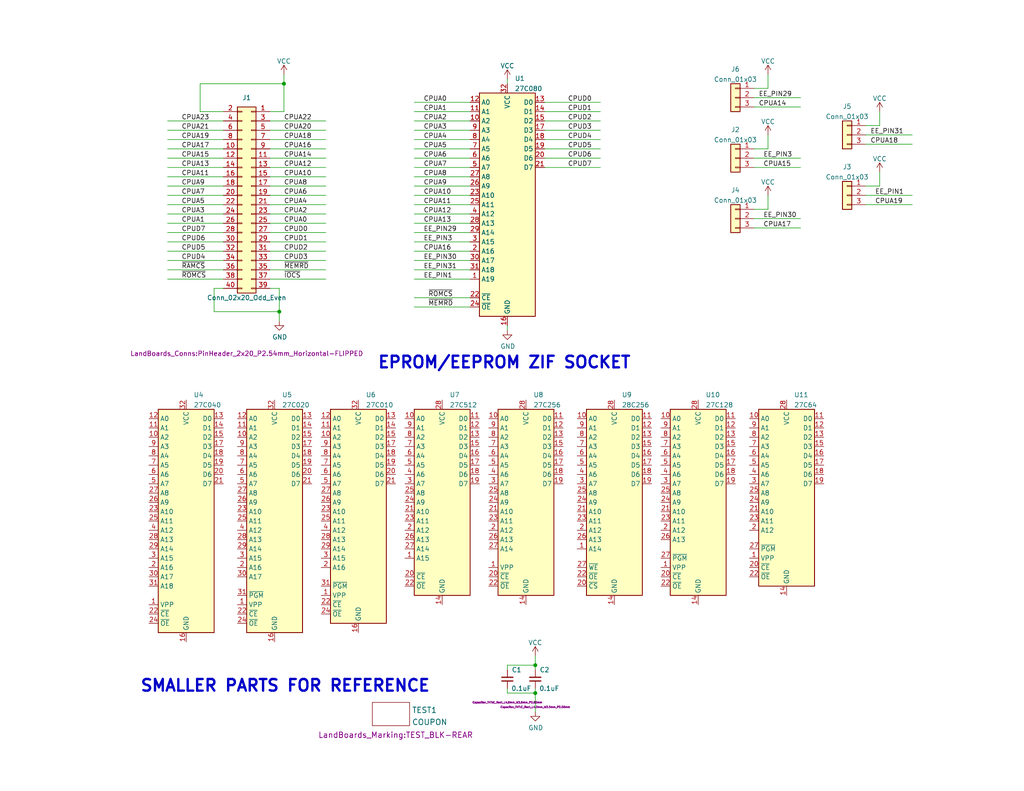
<source format=kicad_sch>
(kicad_sch (version 20230121) (generator eeschema)
  (paper "A")
  (title_block (title "LB-MEM-03") (date "2022-10-07") (rev "2") (company "Land Boards LLC") (comment 1 "ZIF SOCKET EPROM"))
  (lib_symbols
    (symbol "Connector_Generic:Conn_01x03" (pin_names (offset 1.016) hide)
      (property "Reference" "J" (at 0 5.08 0))
      (property "Value" "Conn_01x03" (at 0 -5.08 0))
      (symbol "Conn_01x03_1_1"
        (rectangle (start -1.27 -2.413) (end 0 -2.667) (stroke (width 0.1524)))
        (rectangle (start -1.27 0.127) (end 0 -0.127) (stroke (width 0.1524)))
        (rectangle (start -1.27 2.667) (end 0 2.413) (stroke (width 0.1524)))
        (rectangle (start -1.27 3.81) (end 1.27 -3.81) (stroke (width 0.254)) (fill (type background)))
        (pin passive line (at -5.08 2.54 0) (length 3.81) (name "Pin_1") (number "1"))
        (pin passive line (at -5.08 0 0) (length 3.81) (name "Pin_2") (number "2"))
        (pin passive line (at -5.08 -2.54 0) (length 3.81) (name "Pin_3") (number "3"))
      )
    )
    (symbol "Connector_Generic:Conn_02x20_Odd_Even" (pin_names (offset 1.016) hide)
      (property "Reference" "J" (at 1.27 25.4 0))
      (property "Value" "Conn_02x20_Odd_Even" (at 1.27 -27.94 0))
      (symbol "Conn_02x20_Odd_Even_1_1"
        (rectangle (start -1.27 -25.273) (end 0 -25.527) (stroke (width 0.1524)))
        (rectangle (start -1.27 -22.733) (end 0 -22.987) (stroke (width 0.1524)))
        (rectangle (start -1.27 -20.193) (end 0 -20.447) (stroke (width 0.1524)))
        (rectangle (start -1.27 -17.653) (end 0 -17.907) (stroke (width 0.1524)))
        (rectangle (start -1.27 -15.113) (end 0 -15.367) (stroke (width 0.1524)))
        (rectangle (start -1.27 -12.573) (end 0 -12.827) (stroke (width 0.1524)))
        (rectangle (start -1.27 -10.033) (end 0 -10.287) (stroke (width 0.1524)))
        (rectangle (start -1.27 -7.493) (end 0 -7.747) (stroke (width 0.1524)))
        (rectangle (start -1.27 -4.953) (end 0 -5.207) (stroke (width 0.1524)))
        (rectangle (start -1.27 -2.413) (end 0 -2.667) (stroke (width 0.1524)))
        (rectangle (start -1.27 0.127) (end 0 -0.127) (stroke (width 0.1524)))
        (rectangle (start -1.27 2.667) (end 0 2.413) (stroke (width 0.1524)))
        (rectangle (start -1.27 5.207) (end 0 4.953) (stroke (width 0.1524)))
        (rectangle (start -1.27 7.747) (end 0 7.493) (stroke (width 0.1524)))
        (rectangle (start -1.27 10.287) (end 0 10.033) (stroke (width 0.1524)))
        (rectangle (start -1.27 12.827) (end 0 12.573) (stroke (width 0.1524)))
        (rectangle (start -1.27 15.367) (end 0 15.113) (stroke (width 0.1524)))
        (rectangle (start -1.27 17.907) (end 0 17.653) (stroke (width 0.1524)))
        (rectangle (start -1.27 20.447) (end 0 20.193) (stroke (width 0.1524)))
        (rectangle (start -1.27 22.987) (end 0 22.733) (stroke (width 0.1524)))
        (rectangle (start -1.27 24.13) (end 3.81 -26.67) (stroke (width 0.254)) (fill (type background)))
        (rectangle (start 3.81 -25.273) (end 2.54 -25.527) (stroke (width 0.1524)))
        (rectangle (start 3.81 -22.733) (end 2.54 -22.987) (stroke (width 0.1524)))
        (rectangle (start 3.81 -20.193) (end 2.54 -20.447) (stroke (width 0.1524)))
        (rectangle (start 3.81 -17.653) (end 2.54 -17.907) (stroke (width 0.1524)))
        (rectangle (start 3.81 -15.113) (end 2.54 -15.367) (stroke (width 0.1524)))
        (rectangle (start 3.81 -12.573) (end 2.54 -12.827) (stroke (width 0.1524)))
        (rectangle (start 3.81 -10.033) (end 2.54 -10.287) (stroke (width 0.1524)))
        (rectangle (start 3.81 -7.493) (end 2.54 -7.747) (stroke (width 0.1524)))
        (rectangle (start 3.81 -4.953) (end 2.54 -5.207) (stroke (width 0.1524)))
        (rectangle (start 3.81 -2.413) (end 2.54 -2.667) (stroke (width 0.1524)))
        (rectangle (start 3.81 0.127) (end 2.54 -0.127) (stroke (width 0.1524)))
        (rectangle (start 3.81 2.667) (end 2.54 2.413) (stroke (width 0.1524)))
        (rectangle (start 3.81 5.207) (end 2.54 4.953) (stroke (width 0.1524)))
        (rectangle (start 3.81 7.747) (end 2.54 7.493) (stroke (width 0.1524)))
        (rectangle (start 3.81 10.287) (end 2.54 10.033) (stroke (width 0.1524)))
        (rectangle (start 3.81 12.827) (end 2.54 12.573) (stroke (width 0.1524)))
        (rectangle (start 3.81 15.367) (end 2.54 15.113) (stroke (width 0.1524)))
        (rectangle (start 3.81 17.907) (end 2.54 17.653) (stroke (width 0.1524)))
        (rectangle (start 3.81 20.447) (end 2.54 20.193) (stroke (width 0.1524)))
        (rectangle (start 3.81 22.987) (end 2.54 22.733) (stroke (width 0.1524)))
        (pin passive line (at -5.08 22.86 0) (length 3.81) (name "Pin_1") (number "1"))
        (pin passive line (at 7.62 12.7 180) (length 3.81) (name "Pin_10") (number "10"))
        (pin passive line (at -5.08 10.16 0) (length 3.81) (name "Pin_11") (number "11"))
        (pin passive line (at 7.62 10.16 180) (length 3.81) (name "Pin_12") (number "12"))
        (pin passive line (at -5.08 7.62 0) (length 3.81) (name "Pin_13") (number "13"))
        (pin passive line (at 7.62 7.62 180) (length 3.81) (name "Pin_14") (number "14"))
        (pin passive line (at -5.08 5.08 0) (length 3.81) (name "Pin_15") (number "15"))
        (pin passive line (at 7.62 5.08 180) (length 3.81) (name "Pin_16") (number "16"))
        (pin passive line (at -5.08 2.54 0) (length 3.81) (name "Pin_17") (number "17"))
        (pin passive line (at 7.62 2.54 180) (length 3.81) (name "Pin_18") (number "18"))
        (pin passive line (at -5.08 0 0) (length 3.81) (name "Pin_19") (number "19"))
        (pin passive line (at 7.62 22.86 180) (length 3.81) (name "Pin_2") (number "2"))
        (pin passive line (at 7.62 0 180) (length 3.81) (name "Pin_20") (number "20"))
        (pin passive line (at -5.08 -2.54 0) (length 3.81) (name "Pin_21") (number "21"))
        (pin passive line (at 7.62 -2.54 180) (length 3.81) (name "Pin_22") (number "22"))
        (pin passive line (at -5.08 -5.08 0) (length 3.81) (name "Pin_23") (number "23"))
        (pin passive line (at 7.62 -5.08 180) (length 3.81) (name "Pin_24") (number "24"))
        (pin passive line (at -5.08 -7.62 0) (length 3.81) (name "Pin_25") (number "25"))
        (pin passive line (at 7.62 -7.62 180) (length 3.81) (name "Pin_26") (number "26"))
        (pin passive line (at -5.08 -10.16 0) (length 3.81) (name "Pin_27") (number "27"))
        (pin passive line (at 7.62 -10.16 180) (length 3.81) (name "Pin_28") (number "28"))
        (pin passive line (at -5.08 -12.7 0) (length 3.81) (name "Pin_29") (number "29"))
        (pin passive line (at -5.08 20.32 0) (length 3.81) (name "Pin_3") (number "3"))
        (pin passive line (at 7.62 -12.7 180) (length 3.81) (name "Pin_30") (number "30"))
        (pin passive line (at -5.08 -15.24 0) (length 3.81) (name "Pin_31") (number "31"))
        (pin passive line (at 7.62 -15.24 180) (length 3.81) (name "Pin_32") (number "32"))
        (pin passive line (at -5.08 -17.78 0) (length 3.81) (name "Pin_33") (number "33"))
        (pin passive line (at 7.62 -17.78 180) (length 3.81) (name "Pin_34") (number "34"))
        (pin passive line (at -5.08 -20.32 0) (length 3.81) (name "Pin_35") (number "35"))
        (pin passive line (at 7.62 -20.32 180) (length 3.81) (name "Pin_36") (number "36"))
        (pin passive line (at -5.08 -22.86 0) (length 3.81) (name "Pin_37") (number "37"))
        (pin passive line (at 7.62 -22.86 180) (length 3.81) (name "Pin_38") (number "38"))
        (pin passive line (at -5.08 -25.4 0) (length 3.81) (name "Pin_39") (number "39"))
        (pin passive line (at 7.62 20.32 180) (length 3.81) (name "Pin_4") (number "4"))
        (pin passive line (at 7.62 -25.4 180) (length 3.81) (name "Pin_40") (number "40"))
        (pin passive line (at -5.08 17.78 0) (length 3.81) (name "Pin_5") (number "5"))
        (pin passive line (at 7.62 17.78 180) (length 3.81) (name "Pin_6") (number "6"))
        (pin passive line (at -5.08 15.24 0) (length 3.81) (name "Pin_7") (number "7"))
        (pin passive line (at 7.62 15.24 180) (length 3.81) (name "Pin_8") (number "8"))
        (pin passive line (at -5.08 12.7 0) (length 3.81) (name "Pin_9") (number "9"))
      )
    )
    (symbol "Device:C_Small" (pin_numbers hide) (pin_names (offset 0.254) hide)
      (property "Reference" "C" (at 0.254 1.778 0))
      (property "Value" "C_Small" (at 0.254 -2.032 0))
      (symbol "C_Small_0_1"
        (polyline (pts (xy -1.524 -0.508) (xy 1.524 -0.508)) (stroke (width 0.3302)))
        (polyline (pts (xy -1.524 0.508) (xy 1.524 0.508)) (stroke (width 0.3048)))
      )
      (symbol "C_Small_1_1"
        (pin passive line (at 0 2.54 270) (length 2.032) (name "~") (number "1"))
        (pin passive line (at 0 -2.54 90) (length 2.032) (name "~") (number "2"))
      )
    )
    (symbol "LandBoards:COUPON" (pin_names (offset 1.016))
      (property "Reference" "COUP?" (at 0 0 0))
      (property "Value" "COUPON" (at 0 0 0))
      (symbol "COUPON_0_1"
        (rectangle (start -5.08 0) (end 5.08 6.35))
      )
    )
    (symbol "Memory_EEPROM:28C256"
      (property "Reference" "U" (at -7.62 26.67 0))
      (property "Value" "28C256" (at 2.54 -26.67 0))
      (symbol "28C256_1_1"
        (rectangle (start -7.62 25.4) (end 7.62 -25.4) (stroke (width 0.254)) (fill (type background)))
        (pin input line (at -10.16 -12.7 0) (length 2.54) (name "A14") (number "1"))
        (pin input line (at -10.16 22.86 0) (length 2.54) (name "A0") (number "10"))
        (pin tri_state line (at 10.16 22.86 180) (length 2.54) (name "D0") (number "11"))
        (pin tri_state line (at 10.16 20.32 180) (length 2.54) (name "D1") (number "12"))
        (pin tri_state line (at 10.16 17.78 180) (length 2.54) (name "D2") (number "13"))
        (pin power_in line (at 0 -27.94 90) (length 2.54) (name "GND") (number "14"))
        (pin tri_state line (at 10.16 15.24 180) (length 2.54) (name "D3") (number "15"))
        (pin tri_state line (at 10.16 12.7 180) (length 2.54) (name "D4") (number "16"))
        (pin tri_state line (at 10.16 10.16 180) (length 2.54) (name "D5") (number "17"))
        (pin tri_state line (at 10.16 7.62 180) (length 2.54) (name "D6") (number "18"))
        (pin tri_state line (at 10.16 5.08 180) (length 2.54) (name "D7") (number "19"))
        (pin input line (at -10.16 -7.62 0) (length 2.54) (name "A12") (number "2"))
        (pin input line (at -10.16 -22.86 0) (length 2.54) (name "~{CS}") (number "20"))
        (pin input line (at -10.16 -2.54 0) (length 2.54) (name "A10") (number "21"))
        (pin input line (at -10.16 -20.32 0) (length 2.54) (name "~{OE}") (number "22"))
        (pin input line (at -10.16 -5.08 0) (length 2.54) (name "A11") (number "23"))
        (pin input line (at -10.16 0 0) (length 2.54) (name "A9") (number "24"))
        (pin input line (at -10.16 2.54 0) (length 2.54) (name "A8") (number "25"))
        (pin input line (at -10.16 -10.16 0) (length 2.54) (name "A13") (number "26"))
        (pin input line (at -10.16 -17.78 0) (length 2.54) (name "~{WE}") (number "27"))
        (pin power_in line (at 0 27.94 270) (length 2.54) (name "VCC") (number "28"))
        (pin input line (at -10.16 5.08 0) (length 2.54) (name "A7") (number "3"))
        (pin input line (at -10.16 7.62 0) (length 2.54) (name "A6") (number "4"))
        (pin input line (at -10.16 10.16 0) (length 2.54) (name "A5") (number "5"))
        (pin input line (at -10.16 12.7 0) (length 2.54) (name "A4") (number "6"))
        (pin input line (at -10.16 15.24 0) (length 2.54) (name "A3") (number "7"))
        (pin input line (at -10.16 17.78 0) (length 2.54) (name "A2") (number "8"))
        (pin input line (at -10.16 20.32 0) (length 2.54) (name "A1") (number "9"))
      )
    )
    (symbol "Memory_EPROM:27C010"
      (property "Reference" "U" (at -7.62 29.21 0))
      (property "Value" "27C010" (at 2.54 -31.75 0))
      (symbol "27C010_1_1"
        (rectangle (start -7.62 27.94) (end 7.62 -30.48) (stroke (width 0.254)) (fill (type background)))
        (pin input line (at -10.16 -22.86 0) (length 2.54) (name "VPP") (number "1"))
        (pin input line (at -10.16 20.32 0) (length 2.54) (name "A2") (number "10"))
        (pin input line (at -10.16 22.86 0) (length 2.54) (name "A1") (number "11"))
        (pin input line (at -10.16 25.4 0) (length 2.54) (name "A0") (number "12"))
        (pin tri_state line (at 10.16 25.4 180) (length 2.54) (name "D0") (number "13"))
        (pin tri_state line (at 10.16 22.86 180) (length 2.54) (name "D1") (number "14"))
        (pin tri_state line (at 10.16 20.32 180) (length 2.54) (name "D2") (number "15"))
        (pin power_in line (at 0 -33.02 90) (length 2.54) (name "GND") (number "16"))
        (pin tri_state line (at 10.16 17.78 180) (length 2.54) (name "D3") (number "17"))
        (pin tri_state line (at 10.16 15.24 180) (length 2.54) (name "D4") (number "18"))
        (pin tri_state line (at 10.16 12.7 180) (length 2.54) (name "D5") (number "19"))
        (pin input line (at -10.16 -15.24 0) (length 2.54) (name "A16") (number "2"))
        (pin tri_state line (at 10.16 10.16 180) (length 2.54) (name "D6") (number "20"))
        (pin tri_state line (at 10.16 7.62 180) (length 2.54) (name "D7") (number "21"))
        (pin input line (at -10.16 -25.4 0) (length 2.54) (name "~{CE}") (number "22"))
        (pin input line (at -10.16 0 0) (length 2.54) (name "A10") (number "23"))
        (pin input line (at -10.16 -27.94 0) (length 2.54) (name "~{OE}") (number "24"))
        (pin input line (at -10.16 -2.54 0) (length 2.54) (name "A11") (number "25"))
        (pin input line (at -10.16 2.54 0) (length 2.54) (name "A9") (number "26"))
        (pin input line (at -10.16 5.08 0) (length 2.54) (name "A8") (number "27"))
        (pin input line (at -10.16 -7.62 0) (length 2.54) (name "A13") (number "28"))
        (pin input line (at -10.16 -10.16 0) (length 2.54) (name "A14") (number "29"))
        (pin input line (at -10.16 -12.7 0) (length 2.54) (name "A15") (number "3"))
        (pin input line (at -10.16 -20.32 0) (length 2.54) (name "~{PGM}") (number "31"))
        (pin power_in line (at 0 30.48 270) (length 2.54) (name "VCC") (number "32"))
        (pin input line (at -10.16 -5.08 0) (length 2.54) (name "A12") (number "4"))
        (pin input line (at -10.16 7.62 0) (length 2.54) (name "A7") (number "5"))
        (pin input line (at -10.16 10.16 0) (length 2.54) (name "A6") (number "6"))
        (pin input line (at -10.16 12.7 0) (length 2.54) (name "A5") (number "7"))
        (pin input line (at -10.16 15.24 0) (length 2.54) (name "A4") (number "8"))
        (pin input line (at -10.16 17.78 0) (length 2.54) (name "A3") (number "9"))
      )
    )
    (symbol "Memory_EPROM:27C020"
      (property "Reference" "U" (at -7.62 31.75 0))
      (property "Value" "27C020" (at 2.54 -31.75 0))
      (symbol "27C020_1_1"
        (rectangle (start -7.62 30.48) (end 7.62 -30.48) (stroke (width 0.254)) (fill (type background)))
        (pin input line (at -10.16 -22.86 0) (length 2.54) (name "VPP") (number "1"))
        (pin input line (at -10.16 22.86 0) (length 2.54) (name "A2") (number "10"))
        (pin input line (at -10.16 25.4 0) (length 2.54) (name "A1") (number "11"))
        (pin input line (at -10.16 27.94 0) (length 2.54) (name "A0") (number "12"))
        (pin tri_state line (at 10.16 27.94 180) (length 2.54) (name "D0") (number "13"))
        (pin tri_state line (at 10.16 25.4 180) (length 2.54) (name "D1") (number "14"))
        (pin tri_state line (at 10.16 22.86 180) (length 2.54) (name "D2") (number "15"))
        (pin power_in line (at 0 -33.02 90) (length 2.54) (name "GND") (number "16"))
        (pin tri_state line (at 10.16 20.32 180) (length 2.54) (name "D3") (number "17"))
        (pin tri_state line (at 10.16 17.78 180) (length 2.54) (name "D4") (number "18"))
        (pin tri_state line (at 10.16 15.24 180) (length 2.54) (name "D5") (number "19"))
        (pin input line (at -10.16 -12.7 0) (length 2.54) (name "A16") (number "2"))
        (pin tri_state line (at 10.16 12.7 180) (length 2.54) (name "D6") (number "20"))
        (pin tri_state line (at 10.16 10.16 180) (length 2.54) (name "D7") (number "21"))
        (pin input line (at -10.16 -25.4 0) (length 2.54) (name "~{CE}") (number "22"))
        (pin input line (at -10.16 2.54 0) (length 2.54) (name "A10") (number "23"))
        (pin input line (at -10.16 -27.94 0) (length 2.54) (name "~{OE}") (number "24"))
        (pin input line (at -10.16 0 0) (length 2.54) (name "A11") (number "25"))
        (pin input line (at -10.16 5.08 0) (length 2.54) (name "A9") (number "26"))
        (pin input line (at -10.16 7.62 0) (length 2.54) (name "A8") (number "27"))
        (pin input line (at -10.16 -5.08 0) (length 2.54) (name "A13") (number "28"))
        (pin input line (at -10.16 -7.62 0) (length 2.54) (name "A14") (number "29"))
        (pin input line (at -10.16 -10.16 0) (length 2.54) (name "A15") (number "3"))
        (pin input line (at -10.16 -15.24 0) (length 2.54) (name "A17") (number "30"))
        (pin input line (at -10.16 -20.32 0) (length 2.54) (name "~{PGM}") (number "31"))
        (pin power_in line (at 0 33.02 270) (length 2.54) (name "VCC") (number "32"))
        (pin input line (at -10.16 -2.54 0) (length 2.54) (name "A12") (number "4"))
        (pin input line (at -10.16 10.16 0) (length 2.54) (name "A7") (number "5"))
        (pin input line (at -10.16 12.7 0) (length 2.54) (name "A6") (number "6"))
        (pin input line (at -10.16 15.24 0) (length 2.54) (name "A5") (number "7"))
        (pin input line (at -10.16 17.78 0) (length 2.54) (name "A4") (number "8"))
        (pin input line (at -10.16 20.32 0) (length 2.54) (name "A3") (number "9"))
      )
    )
    (symbol "Memory_EPROM:27C040"
      (property "Reference" "U" (at -7.62 31.75 0))
      (property "Value" "27C040" (at 2.54 -31.75 0))
      (symbol "27C040_1_1"
        (rectangle (start -7.62 30.48) (end 7.62 -30.48) (stroke (width 0.254)) (fill (type background)))
        (pin input line (at -10.16 -22.86 0) (length 2.54) (name "VPP") (number "1"))
        (pin input line (at -10.16 22.86 0) (length 2.54) (name "A2") (number "10"))
        (pin input line (at -10.16 25.4 0) (length 2.54) (name "A1") (number "11"))
        (pin input line (at -10.16 27.94 0) (length 2.54) (name "A0") (number "12"))
        (pin tri_state line (at 10.16 27.94 180) (length 2.54) (name "D0") (number "13"))
        (pin tri_state line (at 10.16 25.4 180) (length 2.54) (name "D1") (number "14"))
        (pin tri_state line (at 10.16 22.86 180) (length 2.54) (name "D2") (number "15"))
        (pin power_in line (at 0 -33.02 90) (length 2.54) (name "GND") (number "16"))
        (pin tri_state line (at 10.16 20.32 180) (length 2.54) (name "D3") (number "17"))
        (pin tri_state line (at 10.16 17.78 180) (length 2.54) (name "D4") (number "18"))
        (pin tri_state line (at 10.16 15.24 180) (length 2.54) (name "D5") (number "19"))
        (pin input line (at -10.16 -12.7 0) (length 2.54) (name "A16") (number "2"))
        (pin tri_state line (at 10.16 12.7 180) (length 2.54) (name "D6") (number "20"))
        (pin tri_state line (at 10.16 10.16 180) (length 2.54) (name "D7") (number "21"))
        (pin input line (at -10.16 -25.4 0) (length 2.54) (name "~{CE}") (number "22"))
        (pin input line (at -10.16 2.54 0) (length 2.54) (name "A10") (number "23"))
        (pin input line (at -10.16 -27.94 0) (length 2.54) (name "~{OE}") (number "24"))
        (pin input line (at -10.16 0 0) (length 2.54) (name "A11") (number "25"))
        (pin input line (at -10.16 5.08 0) (length 2.54) (name "A9") (number "26"))
        (pin input line (at -10.16 7.62 0) (length 2.54) (name "A8") (number "27"))
        (pin input line (at -10.16 -5.08 0) (length 2.54) (name "A13") (number "28"))
        (pin input line (at -10.16 -7.62 0) (length 2.54) (name "A14") (number "29"))
        (pin input line (at -10.16 -10.16 0) (length 2.54) (name "A15") (number "3"))
        (pin input line (at -10.16 -15.24 0) (length 2.54) (name "A17") (number "30"))
        (pin input line (at -10.16 -17.78 0) (length 2.54) (name "A18") (number "31"))
        (pin power_in line (at 0 33.02 270) (length 2.54) (name "VCC") (number "32"))
        (pin input line (at -10.16 -2.54 0) (length 2.54) (name "A12") (number "4"))
        (pin input line (at -10.16 10.16 0) (length 2.54) (name "A7") (number "5"))
        (pin input line (at -10.16 12.7 0) (length 2.54) (name "A6") (number "6"))
        (pin input line (at -10.16 15.24 0) (length 2.54) (name "A5") (number "7"))
        (pin input line (at -10.16 17.78 0) (length 2.54) (name "A4") (number "8"))
        (pin input line (at -10.16 20.32 0) (length 2.54) (name "A3") (number "9"))
      )
    )
    (symbol "Memory_EPROM:27C080"
      (property "Reference" "U" (at -7.62 31.75 0))
      (property "Value" "27C080" (at 2.54 -31.75 0))
      (symbol "27C080_1_1"
        (rectangle (start -7.62 30.48) (end 7.62 -30.48) (stroke (width 0.254)) (fill (type background)))
        (pin input line (at -10.16 -20.32 0) (length 2.54) (name "A19") (number "1"))
        (pin input line (at -10.16 22.86 0) (length 2.54) (name "A2") (number "10"))
        (pin input line (at -10.16 25.4 0) (length 2.54) (name "A1") (number "11"))
        (pin input line (at -10.16 27.94 0) (length 2.54) (name "A0") (number "12"))
        (pin tri_state line (at 10.16 27.94 180) (length 2.54) (name "D0") (number "13"))
        (pin tri_state line (at 10.16 25.4 180) (length 2.54) (name "D1") (number "14"))
        (pin tri_state line (at 10.16 22.86 180) (length 2.54) (name "D2") (number "15"))
        (pin power_in line (at 0 -33.02 90) (length 2.54) (name "GND") (number "16"))
        (pin tri_state line (at 10.16 20.32 180) (length 2.54) (name "D3") (number "17"))
        (pin tri_state line (at 10.16 17.78 180) (length 2.54) (name "D4") (number "18"))
        (pin tri_state line (at 10.16 15.24 180) (length 2.54) (name "D5") (number "19"))
        (pin input line (at -10.16 -12.7 0) (length 2.54) (name "A16") (number "2"))
        (pin tri_state line (at 10.16 12.7 180) (length 2.54) (name "D6") (number "20"))
        (pin tri_state line (at 10.16 10.16 180) (length 2.54) (name "D7") (number "21"))
        (pin input line (at -10.16 -25.4 0) (length 2.54) (name "~{CE}") (number "22"))
        (pin input line (at -10.16 2.54 0) (length 2.54) (name "A10") (number "23"))
        (pin input line (at -10.16 -27.94 0) (length 2.54) (name "~{OE}") (number "24"))
        (pin input line (at -10.16 0 0) (length 2.54) (name "A11") (number "25"))
        (pin input line (at -10.16 5.08 0) (length 2.54) (name "A9") (number "26"))
        (pin input line (at -10.16 7.62 0) (length 2.54) (name "A8") (number "27"))
        (pin input line (at -10.16 -5.08 0) (length 2.54) (name "A13") (number "28"))
        (pin input line (at -10.16 -7.62 0) (length 2.54) (name "A14") (number "29"))
        (pin input line (at -10.16 -10.16 0) (length 2.54) (name "A15") (number "3"))
        (pin input line (at -10.16 -15.24 0) (length 2.54) (name "A17") (number "30"))
        (pin input line (at -10.16 -17.78 0) (length 2.54) (name "A18") (number "31"))
        (pin power_in line (at 0 33.02 270) (length 2.54) (name "VCC") (number "32"))
        (pin input line (at -10.16 -2.54 0) (length 2.54) (name "A12") (number "4"))
        (pin input line (at -10.16 10.16 0) (length 2.54) (name "A7") (number "5"))
        (pin input line (at -10.16 12.7 0) (length 2.54) (name "A6") (number "6"))
        (pin input line (at -10.16 15.24 0) (length 2.54) (name "A5") (number "7"))
        (pin input line (at -10.16 17.78 0) (length 2.54) (name "A4") (number "8"))
        (pin input line (at -10.16 20.32 0) (length 2.54) (name "A3") (number "9"))
      )
    )
    (symbol "Memory_EPROM:27C128"
      (property "Reference" "U" (at -7.62 26.67 0))
      (property "Value" "27C128" (at 2.54 -26.67 0))
      (symbol "27C128_1_1"
        (rectangle (start -7.62 25.4) (end 7.62 -25.4) (stroke (width 0.254)) (fill (type background)))
        (pin input line (at -10.16 -17.78 0) (length 2.54) (name "VPP") (number "1"))
        (pin input line (at -10.16 22.86 0) (length 2.54) (name "A0") (number "10"))
        (pin tri_state line (at 10.16 22.86 180) (length 2.54) (name "D0") (number "11"))
        (pin tri_state line (at 10.16 20.32 180) (length 2.54) (name "D1") (number "12"))
        (pin tri_state line (at 10.16 17.78 180) (length 2.54) (name "D2") (number "13"))
        (pin power_in line (at 0 -27.94 90) (length 2.54) (name "GND") (number "14"))
        (pin tri_state line (at 10.16 15.24 180) (length 2.54) (name "D3") (number "15"))
        (pin tri_state line (at 10.16 12.7 180) (length 2.54) (name "D4") (number "16"))
        (pin tri_state line (at 10.16 10.16 180) (length 2.54) (name "D5") (number "17"))
        (pin tri_state line (at 10.16 7.62 180) (length 2.54) (name "D6") (number "18"))
        (pin tri_state line (at 10.16 5.08 180) (length 2.54) (name "D7") (number "19"))
        (pin input line (at -10.16 -7.62 0) (length 2.54) (name "A12") (number "2"))
        (pin input line (at -10.16 -20.32 0) (length 2.54) (name "~{CE}") (number "20"))
        (pin input line (at -10.16 -2.54 0) (length 2.54) (name "A10") (number "21"))
        (pin input line (at -10.16 -22.86 0) (length 2.54) (name "~{OE}") (number "22"))
        (pin input line (at -10.16 -5.08 0) (length 2.54) (name "A11") (number "23"))
        (pin input line (at -10.16 0 0) (length 2.54) (name "A9") (number "24"))
        (pin input line (at -10.16 2.54 0) (length 2.54) (name "A8") (number "25"))
        (pin input line (at -10.16 -10.16 0) (length 2.54) (name "A13") (number "26"))
        (pin input line (at -10.16 -15.24 0) (length 2.54) (name "~{PGM}") (number "27"))
        (pin power_in line (at 0 27.94 270) (length 2.54) (name "VCC") (number "28"))
        (pin input line (at -10.16 5.08 0) (length 2.54) (name "A7") (number "3"))
        (pin input line (at -10.16 7.62 0) (length 2.54) (name "A6") (number "4"))
        (pin input line (at -10.16 10.16 0) (length 2.54) (name "A5") (number "5"))
        (pin input line (at -10.16 12.7 0) (length 2.54) (name "A4") (number "6"))
        (pin input line (at -10.16 15.24 0) (length 2.54) (name "A3") (number "7"))
        (pin input line (at -10.16 17.78 0) (length 2.54) (name "A2") (number "8"))
        (pin input line (at -10.16 20.32 0) (length 2.54) (name "A1") (number "9"))
      )
    )
    (symbol "Memory_EPROM:27C256"
      (property "Reference" "U" (at -7.62 26.67 0))
      (property "Value" "27C256" (at 2.54 -26.67 0))
      (symbol "27C256_1_1"
        (rectangle (start -7.62 25.4) (end 7.62 -25.4) (stroke (width 0.254)) (fill (type background)))
        (pin input line (at -10.16 -17.78 0) (length 2.54) (name "VPP") (number "1"))
        (pin input line (at -10.16 22.86 0) (length 2.54) (name "A0") (number "10"))
        (pin tri_state line (at 10.16 22.86 180) (length 2.54) (name "D0") (number "11"))
        (pin tri_state line (at 10.16 20.32 180) (length 2.54) (name "D1") (number "12"))
        (pin tri_state line (at 10.16 17.78 180) (length 2.54) (name "D2") (number "13"))
        (pin power_in line (at 0 -27.94 90) (length 2.54) (name "GND") (number "14"))
        (pin tri_state line (at 10.16 15.24 180) (length 2.54) (name "D3") (number "15"))
        (pin tri_state line (at 10.16 12.7 180) (length 2.54) (name "D4") (number "16"))
        (pin tri_state line (at 10.16 10.16 180) (length 2.54) (name "D5") (number "17"))
        (pin tri_state line (at 10.16 7.62 180) (length 2.54) (name "D6") (number "18"))
        (pin tri_state line (at 10.16 5.08 180) (length 2.54) (name "D7") (number "19"))
        (pin input line (at -10.16 -7.62 0) (length 2.54) (name "A12") (number "2"))
        (pin input line (at -10.16 -20.32 0) (length 2.54) (name "~{CE}") (number "20"))
        (pin input line (at -10.16 -2.54 0) (length 2.54) (name "A10") (number "21"))
        (pin input line (at -10.16 -22.86 0) (length 2.54) (name "~{OE}") (number "22"))
        (pin input line (at -10.16 -5.08 0) (length 2.54) (name "A11") (number "23"))
        (pin input line (at -10.16 0 0) (length 2.54) (name "A9") (number "24"))
        (pin input line (at -10.16 2.54 0) (length 2.54) (name "A8") (number "25"))
        (pin input line (at -10.16 -10.16 0) (length 2.54) (name "A13") (number "26"))
        (pin input line (at -10.16 -12.7 0) (length 2.54) (name "A14") (number "27"))
        (pin power_in line (at 0 27.94 270) (length 2.54) (name "VCC") (number "28"))
        (pin input line (at -10.16 5.08 0) (length 2.54) (name "A7") (number "3"))
        (pin input line (at -10.16 7.62 0) (length 2.54) (name "A6") (number "4"))
        (pin input line (at -10.16 10.16 0) (length 2.54) (name "A5") (number "5"))
        (pin input line (at -10.16 12.7 0) (length 2.54) (name "A4") (number "6"))
        (pin input line (at -10.16 15.24 0) (length 2.54) (name "A3") (number "7"))
        (pin input line (at -10.16 17.78 0) (length 2.54) (name "A2") (number "8"))
        (pin input line (at -10.16 20.32 0) (length 2.54) (name "A1") (number "9"))
      )
    )
    (symbol "Memory_EPROM:27C512"
      (property "Reference" "U" (at -7.62 26.67 0))
      (property "Value" "27C512" (at 2.54 -26.67 0))
      (symbol "27C512_1_1"
        (rectangle (start -7.62 25.4) (end 7.62 -25.4) (stroke (width 0.254)) (fill (type background)))
        (pin input line (at -10.16 -15.24 0) (length 2.54) (name "A15") (number "1"))
        (pin input line (at -10.16 22.86 0) (length 2.54) (name "A0") (number "10"))
        (pin tri_state line (at 10.16 22.86 180) (length 2.54) (name "D0") (number "11"))
        (pin tri_state line (at 10.16 20.32 180) (length 2.54) (name "D1") (number "12"))
        (pin tri_state line (at 10.16 17.78 180) (length 2.54) (name "D2") (number "13"))
        (pin power_in line (at 0 -27.94 90) (length 2.54) (name "GND") (number "14"))
        (pin tri_state line (at 10.16 15.24 180) (length 2.54) (name "D3") (number "15"))
        (pin tri_state line (at 10.16 12.7 180) (length 2.54) (name "D4") (number "16"))
        (pin tri_state line (at 10.16 10.16 180) (length 2.54) (name "D5") (number "17"))
        (pin tri_state line (at 10.16 7.62 180) (length 2.54) (name "D6") (number "18"))
        (pin tri_state line (at 10.16 5.08 180) (length 2.54) (name "D7") (number "19"))
        (pin input line (at -10.16 -7.62 0) (length 2.54) (name "A12") (number "2"))
        (pin input line (at -10.16 -20.32 0) (length 2.54) (name "~{CE}") (number "20"))
        (pin input line (at -10.16 -2.54 0) (length 2.54) (name "A10") (number "21"))
        (pin input line (at -10.16 -22.86 0) (length 2.54) (name "~{OE}") (number "22"))
        (pin input line (at -10.16 -5.08 0) (length 2.54) (name "A11") (number "23"))
        (pin input line (at -10.16 0 0) (length 2.54) (name "A9") (number "24"))
        (pin input line (at -10.16 2.54 0) (length 2.54) (name "A8") (number "25"))
        (pin input line (at -10.16 -10.16 0) (length 2.54) (name "A13") (number "26"))
        (pin input line (at -10.16 -12.7 0) (length 2.54) (name "A14") (number "27"))
        (pin power_in line (at 0 27.94 270) (length 2.54) (name "VCC") (number "28"))
        (pin input line (at -10.16 5.08 0) (length 2.54) (name "A7") (number "3"))
        (pin input line (at -10.16 7.62 0) (length 2.54) (name "A6") (number "4"))
        (pin input line (at -10.16 10.16 0) (length 2.54) (name "A5") (number "5"))
        (pin input line (at -10.16 12.7 0) (length 2.54) (name "A4") (number "6"))
        (pin input line (at -10.16 15.24 0) (length 2.54) (name "A3") (number "7"))
        (pin input line (at -10.16 17.78 0) (length 2.54) (name "A2") (number "8"))
        (pin input line (at -10.16 20.32 0) (length 2.54) (name "A1") (number "9"))
      )
    )
    (symbol "Memory_EPROM:27C64"
      (property "Reference" "U" (at -7.62 24.13 0))
      (property "Value" "27C64" (at 2.54 -26.67 0))
      (symbol "27C64_1_1"
        (rectangle (start -7.62 22.86) (end 7.62 -25.4) (stroke (width 0.254)) (fill (type background)))
        (pin input line (at -10.16 -17.78 0) (length 2.54) (name "VPP") (number "1"))
        (pin input line (at -10.16 20.32 0) (length 2.54) (name "A0") (number "10"))
        (pin tri_state line (at 10.16 20.32 180) (length 2.54) (name "D0") (number "11"))
        (pin tri_state line (at 10.16 17.78 180) (length 2.54) (name "D1") (number "12"))
        (pin tri_state line (at 10.16 15.24 180) (length 2.54) (name "D2") (number "13"))
        (pin power_in line (at 0 -27.94 90) (length 2.54) (name "GND") (number "14"))
        (pin tri_state line (at 10.16 12.7 180) (length 2.54) (name "D3") (number "15"))
        (pin tri_state line (at 10.16 10.16 180) (length 2.54) (name "D4") (number "16"))
        (pin tri_state line (at 10.16 7.62 180) (length 2.54) (name "D5") (number "17"))
        (pin tri_state line (at 10.16 5.08 180) (length 2.54) (name "D6") (number "18"))
        (pin tri_state line (at 10.16 2.54 180) (length 2.54) (name "D7") (number "19"))
        (pin input line (at -10.16 -10.16 0) (length 2.54) (name "A12") (number "2"))
        (pin input line (at -10.16 -20.32 0) (length 2.54) (name "~{CE}") (number "20"))
        (pin input line (at -10.16 -5.08 0) (length 2.54) (name "A10") (number "21"))
        (pin input line (at -10.16 -22.86 0) (length 2.54) (name "~{OE}") (number "22"))
        (pin input line (at -10.16 -7.62 0) (length 2.54) (name "A11") (number "23"))
        (pin input line (at -10.16 -2.54 0) (length 2.54) (name "A9") (number "24"))
        (pin input line (at -10.16 0 0) (length 2.54) (name "A8") (number "25"))
        (pin no_connect line (at 7.62 0 180) (length 2.54) hide (name "NC") (number "26"))
        (pin input line (at -10.16 -15.24 0) (length 2.54) (name "~{PGM}") (number "27"))
        (pin power_in line (at 0 25.4 270) (length 2.54) (name "VCC") (number "28"))
        (pin input line (at -10.16 2.54 0) (length 2.54) (name "A7") (number "3"))
        (pin input line (at -10.16 5.08 0) (length 2.54) (name "A6") (number "4"))
        (pin input line (at -10.16 7.62 0) (length 2.54) (name "A5") (number "5"))
        (pin input line (at -10.16 10.16 0) (length 2.54) (name "A4") (number "6"))
        (pin input line (at -10.16 12.7 0) (length 2.54) (name "A3") (number "7"))
        (pin input line (at -10.16 15.24 0) (length 2.54) (name "A2") (number "8"))
        (pin input line (at -10.16 17.78 0) (length 2.54) (name "A1") (number "9"))
      )
    )
    (symbol "power:GND" (power) (pin_names (offset 0))
      (property "Value" "GND" (at 0 -3.81 0))
      (symbol "GND_0_1"
        (polyline (pts (xy 0 0) (xy 0 -1.27) (xy 1.27 -1.27) (xy 0 -2.54) (xy -1.27 -1.27) (xy 0 -1.27)))
      )
      (symbol "GND_1_1"
        (pin power_in line (at 0 0 270) (length 0) hide (name "GND") (number "1"))
      )
    )
    (symbol "power:VCC" (power) (pin_names (offset 0))
      (property "Value" "VCC" (at 0 3.81 0))
      (symbol "VCC_0_1"
        (polyline (pts (xy -0.762 1.27) (xy 0 2.54)))
        (polyline (pts (xy 0 0) (xy 0 2.54)))
        (polyline (pts (xy 0 2.54) (xy 0.762 1.27)))
      )
      (symbol "VCC_1_1"
        (pin power_in line (at 0 0 90) (length 0) hide (name "VCC") (number "1"))
      )
    )
  )
  (junction (at 146.05 181.61))
  (junction (at 76.2 85.09))
  (junction (at 77.47 22.86))
  (junction (at 146.05 189.23))
  (wire (pts (xy 209.55 53.34) (xy 209.55 57.15)))
  (wire (pts (xy 236.22 39.37) (xy 248.92 39.37)))
  (wire (pts (xy 148.59 38.1) (xy 163.83 38.1)))
  (wire (pts (xy 113.03 50.8) (xy 128.27 50.8)))
  (wire (pts (xy 138.43 21.59) (xy 138.43 22.86)))
  (wire (pts (xy 148.59 40.64) (xy 163.83 40.64)))
  (wire (pts (xy 113.03 68.58) (xy 128.27 68.58)))
  (wire (pts (xy 205.74 62.23) (xy 218.44 62.23)))
  (wire (pts (xy 73.66 53.34) (xy 88.9 53.34)))
  (wire (pts (xy 146.05 189.23) (xy 138.43 189.23)))
  (wire (pts (xy 236.22 55.88) (xy 248.92 55.88)))
  (wire (pts (xy 73.66 78.74) (xy 76.2 78.74)))
  (wire (pts (xy 146.05 189.23) (xy 146.05 194.31)))
  (wire (pts (xy 113.03 30.48) (xy 128.27 30.48)))
  (wire (pts (xy 113.03 53.34) (xy 128.27 53.34)))
  (wire (pts (xy 45.72 76.2) (xy 60.96 76.2)))
  (wire (pts (xy 146.05 179.07) (xy 146.05 181.61)))
  (wire (pts (xy 205.74 45.72) (xy 218.44 45.72)))
  (wire (pts (xy 113.03 45.72) (xy 128.27 45.72)))
  (wire (pts (xy 205.74 43.18) (xy 218.44 43.18)))
  (wire (pts (xy 77.47 30.48) (xy 77.47 22.86)))
  (wire (pts (xy 113.03 40.64) (xy 128.27 40.64)))
  (wire (pts (xy 73.66 45.72) (xy 88.9 45.72)))
  (wire (pts (xy 45.72 48.26) (xy 60.96 48.26)))
  (wire (pts (xy 76.2 85.09) (xy 58.42 85.09)))
  (wire (pts (xy 73.66 66.04) (xy 88.9 66.04)))
  (wire (pts (xy 45.72 35.56) (xy 60.96 35.56)))
  (wire (pts (xy 148.59 45.72) (xy 163.83 45.72)))
  (wire (pts (xy 138.43 189.23) (xy 138.43 187.96)))
  (wire (pts (xy 148.59 35.56) (xy 163.83 35.56)))
  (wire (pts (xy 113.03 71.12) (xy 128.27 71.12)))
  (wire (pts (xy 209.55 36.83) (xy 209.55 40.64)))
  (wire (pts (xy 113.03 35.56) (xy 128.27 35.56)))
  (wire (pts (xy 113.03 73.66) (xy 128.27 73.66)))
  (wire (pts (xy 205.74 57.15) (xy 209.55 57.15)))
  (wire (pts (xy 113.03 76.2) (xy 128.27 76.2)))
  (wire (pts (xy 73.66 76.2) (xy 88.9 76.2)))
  (wire (pts (xy 77.47 22.86) (xy 54.61 22.86)))
  (wire (pts (xy 113.03 58.42) (xy 128.27 58.42)))
  (wire (pts (xy 209.55 20.32) (xy 209.55 24.13)))
  (wire (pts (xy 113.03 60.96) (xy 128.27 60.96)))
  (wire (pts (xy 73.66 60.96) (xy 88.9 60.96)))
  (wire (pts (xy 73.66 58.42) (xy 88.9 58.42)))
  (wire (pts (xy 45.72 33.02) (xy 60.96 33.02)))
  (wire (pts (xy 45.72 53.34) (xy 60.96 53.34)))
  (wire (pts (xy 45.72 38.1) (xy 60.96 38.1)))
  (wire (pts (xy 45.72 45.72) (xy 60.96 45.72)))
  (wire (pts (xy 77.47 22.86) (xy 77.47 20.32)))
  (wire (pts (xy 45.72 68.58) (xy 60.96 68.58)))
  (wire (pts (xy 45.72 71.12) (xy 60.96 71.12)))
  (wire (pts (xy 113.03 83.82) (xy 128.27 83.82)))
  (wire (pts (xy 113.03 48.26) (xy 128.27 48.26)))
  (wire (pts (xy 236.22 36.83) (xy 248.92 36.83)))
  (wire (pts (xy 45.72 60.96) (xy 60.96 60.96)))
  (wire (pts (xy 54.61 22.86) (xy 54.61 30.48)))
  (wire (pts (xy 240.03 30.48) (xy 240.03 34.29)))
  (wire (pts (xy 113.03 81.28) (xy 128.27 81.28)))
  (wire (pts (xy 45.72 73.66) (xy 60.96 73.66)))
  (wire (pts (xy 113.03 66.04) (xy 128.27 66.04)))
  (wire (pts (xy 146.05 182.88) (xy 146.05 181.61)))
  (wire (pts (xy 138.43 182.88) (xy 138.43 181.61)))
  (wire (pts (xy 73.66 43.18) (xy 88.9 43.18)))
  (wire (pts (xy 76.2 85.09) (xy 76.2 87.63)))
  (wire (pts (xy 113.03 33.02) (xy 128.27 33.02)))
  (wire (pts (xy 205.74 26.67) (xy 218.44 26.67)))
  (wire (pts (xy 236.22 53.34) (xy 248.92 53.34)))
  (wire (pts (xy 205.74 59.69) (xy 218.44 59.69)))
  (wire (pts (xy 73.66 38.1) (xy 88.9 38.1)))
  (wire (pts (xy 148.59 27.94) (xy 163.83 27.94)))
  (wire (pts (xy 73.66 40.64) (xy 88.9 40.64)))
  (wire (pts (xy 205.74 24.13) (xy 209.55 24.13)))
  (wire (pts (xy 76.2 78.74) (xy 76.2 85.09)))
  (wire (pts (xy 113.03 55.88) (xy 128.27 55.88)))
  (wire (pts (xy 73.66 33.02) (xy 88.9 33.02)))
  (wire (pts (xy 73.66 35.56) (xy 88.9 35.56)))
  (wire (pts (xy 138.43 88.9) (xy 138.43 90.17)))
  (wire (pts (xy 205.74 40.64) (xy 209.55 40.64)))
  (wire (pts (xy 45.72 43.18) (xy 60.96 43.18)))
  (wire (pts (xy 73.66 55.88) (xy 88.9 55.88)))
  (wire (pts (xy 148.59 33.02) (xy 163.83 33.02)))
  (wire (pts (xy 45.72 40.64) (xy 60.96 40.64)))
  (wire (pts (xy 113.03 43.18) (xy 128.27 43.18)))
  (wire (pts (xy 73.66 48.26) (xy 88.9 48.26)))
  (wire (pts (xy 73.66 63.5) (xy 88.9 63.5)))
  (wire (pts (xy 146.05 187.96) (xy 146.05 189.23)))
  (wire (pts (xy 73.66 50.8) (xy 88.9 50.8)))
  (wire (pts (xy 148.59 43.18) (xy 163.83 43.18)))
  (wire (pts (xy 54.61 30.48) (xy 60.96 30.48)))
  (wire (pts (xy 73.66 68.58) (xy 88.9 68.58)))
  (wire (pts (xy 73.66 30.48) (xy 77.47 30.48)))
  (wire (pts (xy 236.22 50.8) (xy 240.03 50.8)))
  (wire (pts (xy 45.72 63.5) (xy 60.96 63.5)))
  (wire (pts (xy 113.03 38.1) (xy 128.27 38.1)))
  (wire (pts (xy 45.72 66.04) (xy 60.96 66.04)))
  (wire (pts (xy 113.03 27.94) (xy 128.27 27.94)))
  (wire (pts (xy 58.42 78.74) (xy 60.96 78.74)))
  (wire (pts (xy 148.59 30.48) (xy 163.83 30.48)))
  (wire (pts (xy 205.74 29.21) (xy 218.44 29.21)))
  (wire (pts (xy 45.72 55.88) (xy 60.96 55.88)))
  (wire (pts (xy 45.72 58.42) (xy 60.96 58.42)))
  (wire (pts (xy 138.43 181.61) (xy 146.05 181.61)))
  (wire (pts (xy 73.66 71.12) (xy 88.9 71.12)))
  (wire (pts (xy 58.42 85.09) (xy 58.42 78.74)))
  (wire (pts (xy 113.03 63.5) (xy 128.27 63.5)))
  (wire (pts (xy 240.03 46.99) (xy 240.03 50.8)))
  (wire (pts (xy 45.72 50.8) (xy 60.96 50.8)))
  (wire (pts (xy 236.22 34.29) (xy 240.03 34.29)))
  (wire (pts (xy 73.66 73.66) (xy 88.9 73.66)))
  (text "SMALLER PARTS FOR REFERENCE" (at 38.1 189.23 0) (effects (font (size 3.175 3.175) (thickness 0.635) bold) (justify left bottom)))
  (text "EPROM/EEPROM ZIF SOCKET" (at 102.87 100.965 0) (effects (font (size 3.175 3.175) (thickness 0.635) bold) (justify left bottom)))
  (label "CPUD0" (at 154.94 27.94 0))
  (label "CPUA4" (at 77.47 55.88 0))
  (label "CPUD1" (at 154.94 30.48 0))
  (label "CPUA12" (at 77.47 45.72 0))
  (label "CPUA9" (at 49.53 50.8 0))
  (label "CPUA6" (at 115.57 43.18 0))
  (label "CPUA20" (at 77.47 35.56 0))
  (label "CPUD3" (at 77.47 71.12 0))
  (label "CPUD4" (at 154.94 38.1 0))
  (label "CPUD6" (at 154.94 43.18 0))
  (label "CPUD2" (at 154.94 33.02 0))
  (label "CPUD2" (at 77.47 68.58 0))
  (label "CPUA3" (at 49.53 58.42 0))
  (label "EE_PIN31" (at 237.49 36.83 0))
  (label "CPUA15" (at 49.53 43.18 0))
  (label "EE_PIN1" (at 238.76 53.34 0))
  (label "CPUA2" (at 77.47 58.42 0))
  (label "CPUA7" (at 115.57 45.72 0))
  (label "CPUA19" (at 49.53 38.1 0))
  (label "CPUA11" (at 49.53 48.26 0))
  (label "CPUA5" (at 115.57 40.64 0))
  (label "CPUD4" (at 49.53 71.12 0))
  (label "CPUA2" (at 115.57 33.02 0))
  (label "EE_PIN3" (at 115.57 66.04 0))
  (label "CPUA18" (at 77.47 38.1 0))
  (label "CPUA7" (at 49.53 53.34 0))
  (label "~{IOCS}" (at 77.47 76.2 0))
  (label "EE_PIN30" (at 115.57 71.12 0))
  (label "~{MEMRD}" (at 77.47 73.66 0))
  (label "~{MEMRD}" (at 116.84 83.82 0))
  (label "CPUA13" (at 115.57 60.96 0))
  (label "CPUA14" (at 207.01 29.21 0))
  (label "CPUD0" (at 77.47 63.5 0))
  (label "EE_PIN30" (at 208.28 59.69 0))
  (label "~{RAMCS}" (at 49.53 73.66 0))
  (label "~{ROMCS}" (at 116.84 81.28 0))
  (label "CPUA19" (at 238.76 55.88 0))
  (label "CPUA10" (at 77.47 48.26 0))
  (label "CPUD5" (at 49.53 68.58 0))
  (label "CPUA9" (at 115.57 50.8 0))
  (label "CPUA14" (at 77.47 43.18 0))
  (label "CPUA12" (at 115.57 58.42 0))
  (label "EE_PIN31" (at 115.57 73.66 0))
  (label "CPUD7" (at 49.53 63.5 0))
  (label "CPUA10" (at 115.57 53.34 0))
  (label "CPUA11" (at 115.57 55.88 0))
  (label "EE_PIN1" (at 115.57 76.2 0))
  (label "CPUA4" (at 115.57 38.1 0))
  (label "CPUA0" (at 115.57 27.94 0))
  (label "CPUA22" (at 77.47 33.02 0))
  (label "CPUA5" (at 49.53 55.88 0))
  (label "CPUA15" (at 208.28 45.72 0))
  (label "CPUA13" (at 49.53 45.72 0))
  (label "EE_PIN3" (at 208.28 43.18 0))
  (label "CPUA17" (at 49.53 40.64 0))
  (label "CPUA0" (at 77.47 60.96 0))
  (label "~{ROMCS}" (at 49.53 76.2 0))
  (label "CPUD7" (at 154.94 45.72 0))
  (label "CPUA1" (at 49.53 60.96 0))
  (label "CPUD3" (at 154.94 35.56 0))
  (label "CPUA8" (at 115.57 48.26 0))
  (label "CPUA16" (at 115.57 68.58 0))
  (label "CPUA3" (at 115.57 35.56 0))
  (label "CPUA23" (at 49.53 33.02 0))
  (label "CPUA21" (at 49.53 35.56 0))
  (label "CPUA1" (at 115.57 30.48 0))
  (label "CPUA16" (at 77.47 40.64 0))
  (label "CPUA17" (at 208.28 62.23 0))
  (label "EE_PIN29" (at 207.01 26.67 0))
  (label "EE_PIN29" (at 115.57 63.5 0))
  (label "CPUA6" (at 77.47 53.34 0))
  (label "CPUA8" (at 77.47 50.8 0))
  (label "CPUD6" (at 49.53 66.04 0))
  (label "CPUD1" (at 77.47 66.04 0))
  (label "CPUA18" (at 237.49 39.37 0))
  (label "CPUD5" (at 154.94 40.64 0))
  (symbol (lib_id "power:GND") (at 76.2 87.63 0) (unit 1)
    (property "Reference" "#PWR02" (effects hide))
    (property "Value" "GND" (at 76.327 92.0242 0))
  )
  (symbol (lib_id "power:GND") (at 146.05 194.31 0) (unit 1)
    (property "Reference" "#PWR0126" (effects hide))
    (property "Value" "GND" (at 146.177 198.7042 0))
  )
  (symbol (lib_id "Device:C_Small") (at 146.05 185.42 180) (unit 1)
    (property "Reference" "C2" (at 148.59 182.88 0))
    (property "Value" "0.1uF" (at 149.86 187.96 0))
    (property "Footprint" "Capacitor_THT:C_Rect_L4.0mm_W2.5mm_P2.50mm" (at 146.05 193.04 0) (effects (font (size 0.508 0.508))))
  )
  (symbol (lib_id "Device:C_Small") (at 138.43 185.42 180) (unit 1)
    (property "Reference" "C1" (at 140.97 182.88 0))
    (property "Value" "0.1uF" (at 142.24 187.96 0))
    (property "Footprint" "Capacitor_THT:C_Rect_L4.0mm_W2.5mm_P2.50mm" (at 138.43 191.77 0) (effects (font (size 0.508 0.508))))
  )
  (symbol (lib_id "power:VCC") (at 240.03 46.99 0) (unit 1)
    (property "Reference" "#PWR0115" (effects hide))
    (property "Value" "VCC" (at 240.03 43.3855 0))
  )
  (symbol (lib_id "power:VCC") (at 209.55 36.83 0) (unit 1)
    (property "Reference" "#PWR0106" (effects hide))
    (property "Value" "VCC" (at 209.55 33.2255 0))
  )
  (symbol (lib_id "power:VCC") (at 138.43 21.59 0) (unit 1)
    (property "Reference" "#PWR0107" (effects hide))
    (property "Value" "VCC" (at 138.43 17.9855 0))
  )
  (symbol (lib_id "Connector_Generic:Conn_01x03") (at 231.14 53.34 0) (mirror y) (unit 1)
    (property "Reference" "J3" (at 231.14 45.5635 0))
    (property "Value" "Conn_01x03" (at 231.14 48.3386 0))
    (property "Footprint" "Connector_PinHeader_2.54mm:PinHeader_1x03_P2.54mm_Vertical" (effects hide))
  )
  (symbol (lib_id "power:VCC") (at 77.47 20.32 0) (unit 1)
    (property "Reference" "#PWR0105" (effects hide))
    (property "Value" "VCC" (at 77.47 16.7155 0))
  )
  (symbol (lib_id "power:GND") (at 138.43 90.17 0) (unit 1)
    (property "Reference" "#PWR0103" (effects hide))
    (property "Value" "GND" (at 138.557 94.5642 0))
  )
  (symbol (lib_id "Memory_EPROM:27C040") (at 50.8 142.24 0) (unit 1) (in_bom no) (on_board no)
    (property "Reference" "U4" (at 52.8194 107.7935 0) (effects (justify left)))
    (property "Value" "27C040" (at 52.8194 110.5686 0) (effects (justify left)))
    (property "Datasheet" "http://ww1.microchip.com/downloads/en/devicedoc/doc0189.pdf" (effects hide))
  )
  (symbol (lib_id "power:VCC") (at 146.05 179.07 0) (unit 1)
    (property "Reference" "#PWR0109" (effects hide))
    (property "Value" "VCC" (at 146.05 175.4655 0))
  )
  (symbol (lib_id "Connector_Generic:Conn_01x03") (at 200.66 59.69 0) (mirror y) (unit 1)
    (property "Reference" "J4" (at 200.66 51.9135 0))
    (property "Value" "Conn_01x03" (at 200.66 54.6886 0))
    (property "Footprint" "Connector_PinHeader_2.54mm:PinHeader_1x03_P2.54mm_Vertical" (effects hide))
  )
  (symbol (lib_id "LandBoards:COUPON") (at 106.68 198.12 0) (unit 1)
    (property "Reference" "TEST1" (at 112.395 193.8803 0) (effects (font (size 1.524 1.524)) (justify left)))
    (property "Value" "COUPON" (at 112.395 197.1593 0) (effects (font (size 1.524 1.524)) (justify left)))
    (property "Footprint" "LandBoards_Marking:TEST_BLK-REAR" (at 107.95 200.66 0) (effects (font (size 1.524 1.524))))
  )
  (symbol (lib_id "power:VCC") (at 240.03 30.48 0) (unit 1)
    (property "Reference" "#PWR0118" (effects hide))
    (property "Value" "VCC" (at 240.03 26.8755 0))
  )
  (symbol (lib_id "Memory_EPROM:27C010") (at 97.79 139.7 0) (unit 1) (in_bom no) (on_board no)
    (property "Reference" "U6" (at 99.8094 107.7935 0) (effects (justify left)))
    (property "Value" "27C010" (at 99.8094 110.5686 0) (effects (justify left)))
    (property "Datasheet" "http://ww1.microchip.com/downloads/en/DeviceDoc/doc0321.pdf" (effects hide))
  )
  (symbol (lib_id "Memory_EPROM:27C128") (at 190.5 137.16 0) (unit 1) (in_bom no) (on_board no)
    (property "Reference" "U10" (at 192.5194 107.7935 0) (effects (justify left)))
    (property "Value" "27C128" (at 192.5194 110.5686 0) (effects (justify left)))
    (property "Footprint" "Package_DIP:DIP-28_W15.24mm" (effects hide))
    (property "Datasheet" "http://ww1.microchip.com/downloads/en/devicedoc/11003L.pdf" (effects hide))
  )
  (symbol (lib_id "Connector_Generic:Conn_01x03") (at 200.66 43.18 0) (mirror y) (unit 1)
    (property "Reference" "J2" (at 200.66 35.4035 0))
    (property "Value" "Conn_01x03" (at 200.66 38.1786 0))
    (property "Footprint" "Connector_PinHeader_2.54mm:PinHeader_1x03_P2.54mm_Vertical" (effects hide))
  )
  (symbol (lib_id "Connector_Generic:Conn_01x03") (at 231.14 36.83 0) (mirror y) (unit 1)
    (property "Reference" "J5" (at 231.14 29.0535 0))
    (property "Value" "Conn_01x03" (at 231.14 31.8286 0))
    (property "Footprint" "Connector_PinHeader_2.54mm:PinHeader_1x03_P2.54mm_Vertical" (effects hide))
  )
  (symbol (lib_id "Memory_EPROM:27C020") (at 74.93 142.24 0) (unit 1) (in_bom no) (on_board no)
    (property "Reference" "U5" (at 76.9494 107.7935 0) (effects (justify left)))
    (property "Value" "27C020" (at 76.9494 110.5686 0) (effects (justify left)))
    (property "Datasheet" "http://ww1.microchip.com/downloads/en/devicedoc/doc0570.pdf" (effects hide))
  )
  (symbol (lib_id "Memory_EPROM:27C080") (at 138.43 55.88 0) (unit 1)
    (property "Reference" "U1" (at 140.4494 21.4335 0) (effects (justify left)))
    (property "Value" "27C080" (at 140.4494 24.2086 0) (effects (justify left)))
    (property "Footprint" "LandBoards_Conns:DIP-32_W15.24mm_TEXTOOL" (effects hide))
    (property "Datasheet" "http://ww1.microchip.com/downloads/en/devicedoc/doc0360.pdf" (effects hide))
  )
  (symbol (lib_id "Connector_Generic:Conn_02x20_Odd_Even") (at 68.58 53.34 0) (mirror y) (unit 1)
    (property "Reference" "J1" (at 67.31 26.67 0))
    (property "Value" "Conn_02x20_Odd_Even" (at 67.31 81.28 0))
    (property "Footprint" "LandBoards_Conns:PinHeader_2x20_P2.54mm_Horizontal-FLIPPED" (at 67.31 96.52 0))
  )
  (symbol (lib_id "Memory_EPROM:27C64") (at 214.63 134.62 0) (unit 1) (in_bom no) (on_board no)
    (property "Reference" "U11" (at 216.6494 107.7935 0) (effects (justify left)))
    (property "Value" "27C64" (at 216.6494 110.5686 0) (effects (justify left)))
    (property "Footprint" "Package_DIP:DIP-28_W15.24mm" (effects hide))
    (property "Datasheet" "http://ww1.microchip.com/downloads/en/DeviceDoc/11107M.pdf" (effects hide))
  )
  (symbol (lib_id "Connector_Generic:Conn_01x03") (at 200.66 26.67 0) (mirror y) (unit 1)
    (property "Reference" "J6" (at 200.66 18.8935 0))
    (property "Value" "Conn_01x03" (at 200.66 21.6686 0))
    (property "Footprint" "Connector_PinHeader_2.54mm:PinHeader_1x03_P2.54mm_Vertical" (effects hide))
  )
  (symbol (lib_id "Memory_EPROM:27C256") (at 143.51 137.16 0) (unit 1) (in_bom no) (on_board no)
    (property "Reference" "U8" (at 145.5294 107.7935 0) (effects (justify left)))
    (property "Value" "27C256" (at 145.5294 110.5686 0) (effects (justify left)))
    (property "Footprint" "Package_DIP:DIP-28_W15.24mm" (effects hide))
    (property "Datasheet" "http://ww1.microchip.com/downloads/en/DeviceDoc/doc0014.pdf" (effects hide))
  )
  (symbol (lib_id "power:VCC") (at 209.55 53.34 0) (unit 1)
    (property "Reference" "#PWR0117" (effects hide))
    (property "Value" "VCC" (at 209.55 49.7355 0))
  )
  (symbol (lib_id "power:VCC") (at 209.55 20.32 0) (unit 1)
    (property "Reference" "#PWR0102" (effects hide))
    (property "Value" "VCC" (at 209.55 16.7155 0))
  )
  (symbol (lib_id "Memory_EEPROM:28C256") (at 167.64 137.16 0) (unit 1) (in_bom no) (on_board no)
    (property "Reference" "U9" (at 169.6594 107.7935 0) (effects (justify left)))
    (property "Value" "28C256" (at 169.6594 110.5686 0) (effects (justify left)))
    (property "Datasheet" "http://ww1.microchip.com/downloads/en/DeviceDoc/doc0006.pdf" (effects hide))
  )
  (symbol (lib_id "Memory_EPROM:27C512") (at 120.65 137.16 0) (unit 1) (in_bom no) (on_board no)
    (property "Reference" "U7" (at 122.6694 107.7935 0) (effects (justify left)))
    (property "Value" "27C512" (at 122.6694 110.5686 0) (effects (justify left)))
    (property "Footprint" "Package_DIP:DIP-28_W15.24mm" (effects hide))
    (property "Datasheet" "http://ww1.microchip.com/downloads/en/DeviceDoc/doc0015.pdf" (effects hide))
  )
)
</source>
